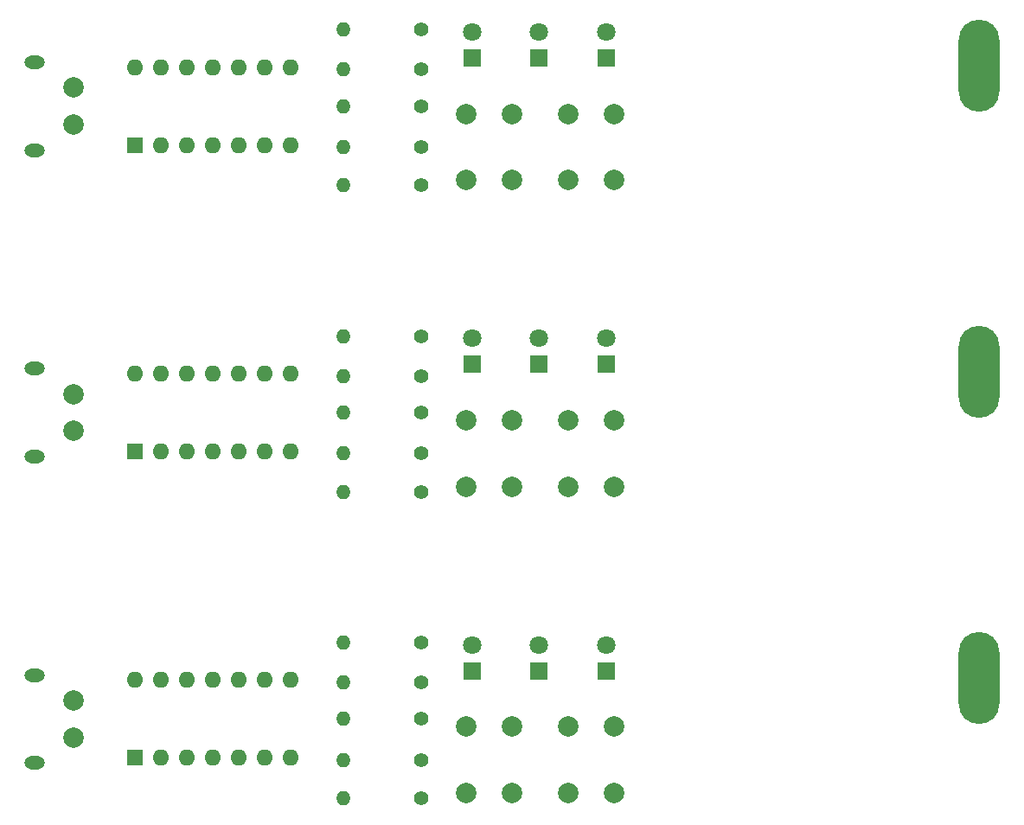
<source format=gbr>
%TF.GenerationSoftware,KiCad,Pcbnew,(6.0.10)*%
%TF.CreationDate,2023-09-25T09:49:00+09:00*%
%TF.ProjectId,simpleLogicCircuit,73696d70-6c65-44c6-9f67-696343697263,rev?*%
%TF.SameCoordinates,Original*%
%TF.FileFunction,Soldermask,Bot*%
%TF.FilePolarity,Negative*%
%FSLAX46Y46*%
G04 Gerber Fmt 4.6, Leading zero omitted, Abs format (unit mm)*
G04 Created by KiCad (PCBNEW (6.0.10)) date 2023-09-25 09:49:00*
%MOMM*%
%LPD*%
G01*
G04 APERTURE LIST*
%ADD10C,1.800000*%
%ADD11R,1.800000X1.800000*%
%ADD12O,1.400000X1.400000*%
%ADD13C,1.400000*%
%ADD14C,2.000000*%
%ADD15O,1.600000X1.600000*%
%ADD16R,1.600000X1.600000*%
%ADD17O,2.000000X1.300000*%
%ADD18O,4.000000X9.000000*%
G04 APERTURE END LIST*
D10*
%TO.C,X1*%
X78400000Y-108735000D03*
D11*
X78400000Y-111275000D03*
%TD*%
D12*
%TO.C,R1*%
X65790000Y-108500000D03*
D13*
X73410000Y-108500000D03*
%TD*%
D14*
%TO.C,SW1*%
X82250000Y-123250000D03*
X82250000Y-116750000D03*
X77750000Y-116750000D03*
X77750000Y-123250000D03*
%TD*%
D15*
%TO.C,74HC00*%
X45375000Y-112180000D03*
X47915000Y-112180000D03*
X50455000Y-112180000D03*
X52995000Y-112180000D03*
X55535000Y-112180000D03*
X58075000Y-112180000D03*
X60615000Y-112180000D03*
X60615000Y-119800000D03*
X58075000Y-119800000D03*
X55535000Y-119800000D03*
X52995000Y-119800000D03*
X50455000Y-119800000D03*
X47915000Y-119800000D03*
D16*
X45375000Y-119800000D03*
%TD*%
D12*
%TO.C,R2*%
X65780000Y-112400000D03*
D13*
X73400000Y-112400000D03*
%TD*%
D12*
%TO.C,R3*%
X65790000Y-116000000D03*
D13*
X73410000Y-116000000D03*
%TD*%
D10*
%TO.C,Y*%
X91500000Y-108735000D03*
D11*
X91500000Y-111275000D03*
%TD*%
D17*
%TO.C,USB-C PWR*%
X35525000Y-120300000D03*
X35525000Y-111700000D03*
D14*
X39325000Y-117800000D03*
X39325000Y-114200000D03*
%TD*%
D12*
%TO.C,R4*%
X65780000Y-120000000D03*
D13*
X73400000Y-120000000D03*
%TD*%
D10*
%TO.C,X2*%
X84900000Y-108735000D03*
D11*
X84900000Y-111275000D03*
%TD*%
D12*
%TO.C,R5*%
X65780000Y-123754000D03*
D13*
X73400000Y-123754000D03*
%TD*%
D14*
%TO.C,SW2*%
X92250000Y-123250000D03*
X92250000Y-116750000D03*
X87750000Y-123250000D03*
X87750000Y-116750000D03*
%TD*%
D18*
%TO.C,REF\u002A\u002A*%
X128000000Y-112000000D03*
%TD*%
D10*
%TO.C,X1*%
X78400000Y-78735000D03*
D11*
X78400000Y-81275000D03*
%TD*%
D12*
%TO.C,R1*%
X65790000Y-78500000D03*
D13*
X73410000Y-78500000D03*
%TD*%
D14*
%TO.C,SW1*%
X82250000Y-93250000D03*
X82250000Y-86750000D03*
X77750000Y-86750000D03*
X77750000Y-93250000D03*
%TD*%
D15*
%TO.C,74HC00*%
X45375000Y-82180000D03*
X47915000Y-82180000D03*
X50455000Y-82180000D03*
X52995000Y-82180000D03*
X55535000Y-82180000D03*
X58075000Y-82180000D03*
X60615000Y-82180000D03*
X60615000Y-89800000D03*
X58075000Y-89800000D03*
X55535000Y-89800000D03*
X52995000Y-89800000D03*
X50455000Y-89800000D03*
X47915000Y-89800000D03*
D16*
X45375000Y-89800000D03*
%TD*%
D12*
%TO.C,R2*%
X65780000Y-82400000D03*
D13*
X73400000Y-82400000D03*
%TD*%
D12*
%TO.C,R3*%
X65790000Y-86000000D03*
D13*
X73410000Y-86000000D03*
%TD*%
D10*
%TO.C,Y*%
X91500000Y-78735000D03*
D11*
X91500000Y-81275000D03*
%TD*%
D17*
%TO.C,USB-C PWR*%
X35525000Y-90300000D03*
X35525000Y-81700000D03*
D14*
X39325000Y-87800000D03*
X39325000Y-84200000D03*
%TD*%
D12*
%TO.C,R4*%
X65780000Y-90000000D03*
D13*
X73400000Y-90000000D03*
%TD*%
D10*
%TO.C,X2*%
X84900000Y-78735000D03*
D11*
X84900000Y-81275000D03*
%TD*%
D12*
%TO.C,R5*%
X65780000Y-93754000D03*
D13*
X73400000Y-93754000D03*
%TD*%
D14*
%TO.C,SW2*%
X92250000Y-93250000D03*
X92250000Y-86750000D03*
X87750000Y-93250000D03*
X87750000Y-86750000D03*
%TD*%
D18*
%TO.C,REF\u002A\u002A*%
X128000000Y-82000000D03*
%TD*%
D17*
%TO.C,USB-C PWR*%
X35525000Y-60300000D03*
X35525000Y-51700000D03*
D14*
X39325000Y-57800000D03*
X39325000Y-54200000D03*
%TD*%
D10*
%TO.C,Y*%
X91500000Y-48735000D03*
D11*
X91500000Y-51275000D03*
%TD*%
D12*
%TO.C,R3*%
X65790000Y-56000000D03*
D13*
X73410000Y-56000000D03*
%TD*%
D12*
%TO.C,R2*%
X65780000Y-52400000D03*
D13*
X73400000Y-52400000D03*
%TD*%
D15*
%TO.C,74HC00*%
X45375000Y-52180000D03*
X47915000Y-52180000D03*
X50455000Y-52180000D03*
X52995000Y-52180000D03*
X55535000Y-52180000D03*
X58075000Y-52180000D03*
X60615000Y-52180000D03*
X60615000Y-59800000D03*
X58075000Y-59800000D03*
X55535000Y-59800000D03*
X52995000Y-59800000D03*
X50455000Y-59800000D03*
X47915000Y-59800000D03*
D16*
X45375000Y-59800000D03*
%TD*%
D14*
%TO.C,SW1*%
X82250000Y-63250000D03*
X82250000Y-56750000D03*
X77750000Y-56750000D03*
X77750000Y-63250000D03*
%TD*%
D12*
%TO.C,R1*%
X65790000Y-48500000D03*
D13*
X73410000Y-48500000D03*
%TD*%
D10*
%TO.C,X1*%
X78400000Y-48735000D03*
D11*
X78400000Y-51275000D03*
%TD*%
D12*
%TO.C,R5*%
X65780000Y-63754000D03*
D13*
X73400000Y-63754000D03*
%TD*%
D18*
%TO.C,REF\u002A\u002A*%
X128000000Y-52000000D03*
%TD*%
D12*
%TO.C,R4*%
X65780000Y-60000000D03*
D13*
X73400000Y-60000000D03*
%TD*%
D10*
%TO.C,X2*%
X84900000Y-48735000D03*
D11*
X84900000Y-51275000D03*
%TD*%
D14*
%TO.C,SW2*%
X92250000Y-63250000D03*
X92250000Y-56750000D03*
X87750000Y-63250000D03*
X87750000Y-56750000D03*
%TD*%
M02*

</source>
